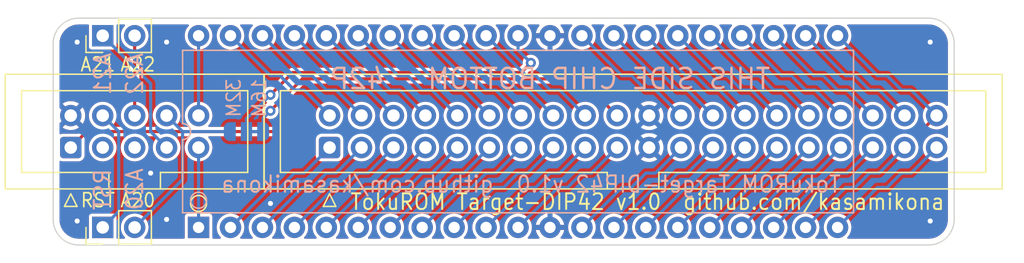
<source format=kicad_pcb>
(kicad_pcb (version 20221018) (generator pcbnew)
  (title_block (title "TokuROM Target-DIP42") (rev "1.0") (company "github.com/kasamikona/TokuROM"))
  (layers (0 "F.Cu" signal) (31 "B.Cu" signal) (34 "B.Paste" user) (35 "F.Paste" user) (36 "B.SilkS" user "B.Silkscreen") (37 "F.SilkS" user "F.Silkscreen") (38 "B.Mask" user) (39 "F.Mask" user) (44 "Edge.Cuts" user))
  (net 0 "")
  (net 1 "/A17")
  (net 2 "/A8")
  (net 3 "/A7")
  (net 4 "/A9")
  (net 5 "/A6")
  (net 6 "/A10")
  (net 7 "/A5")
  (net 8 "/A11")
  (net 9 "/A4")
  (net 10 "/A12")
  (net 11 "/A3")
  (net 12 "/A13")
  (net 13 "/A2")
  (net 14 "/A14")
  (net 15 "/A1")
  (net 16 "/A15")
  (net 17 "/A0")
  (net 18 "/A16")
  (net 19 "/CE")
  (net 20 "/BYTE")
  (net 21 "/GND")
  (net 22 "/OE")
  (net 23 "/D15")
  (net 24 "/D0")
  (net 25 "/D7")
  (net 26 "/D8")
  (net 27 "/D14")
  (net 28 "/D1")
  (net 29 "/D6")
  (net 30 "/D9")
  (net 31 "/D13")
  (net 32 "/D2")
  (net 33 "/D5")
  (net 34 "/D10")
  (net 35 "/D12")
  (net 36 "/D3")
  (net 37 "/D4")
  (net 38 "/D11")
  (net 39 "/VCC")
  (net 41 "/A21")
  (net 42 "/A18")
  (net 43 "/A19")
  (net 44 "/A20")
  (net 46 "/A22")
  (net 47 "/TRESET")
  (net 48 "/BYTE_A20")
  (footprint "Connector_PinHeader_2.54mm:PinHeader_1x02_P2.54mm_Vertical" (layer "F.Cu") (at 21.59 30.48 90)
    (fp_text reference "J4" hide)
    (fp_text value "EXTRA1")
    (fp_line (start -1.33 -1.33) (end 0 -1.33) (stroke (width 0.12)) (layer "F.SilkS"))
    (fp_line (start -1.33 0) (end -1.33 -1.33) (stroke (width 0.12)) (layer "F.SilkS"))
    (fp_line (start -1.33 1.27) (end -1.33 3.87) (stroke (width 0.12)) (layer "F.SilkS"))
    (fp_line (start -1.33 1.27) (end 1.33 1.27) (stroke (width 0.12)) (layer "F.SilkS"))
    (fp_line (start -1.33 3.87) (end 1.33 3.87) (stroke (width 0.12)) (layer "F.SilkS"))
    (fp_line (start 1.33 1.27) (end 1.33 3.87) (stroke (width 0.12)) (layer "F.SilkS"))
    (pad "1" thru_hole rect (at 0 0 90) (size 1.7 1.7) (drill 1) (layers "*.Cu" "*.Mask") (net 47 "/TRESET"))
    (pad "2" thru_hole oval (at 0 2.54 90) (size 1.7 1.7) (drill 1) (layers "*.Cu" "*.Mask") (net 44 "/A20"))
  )
  (footprint "Connector_IDC:IDC-Header_2x20_P2.54mm_Vertical" (layer "F.Cu") (at 39.624 24.13 90)
    (fp_text reference "J1" hide)
    (fp_text value "IDC-40")
    (fp_line (start -4.68 -0.5) (end -4.68 0.5) (stroke (width 0.12)) (layer "F.SilkS"))
    (fp_line (start -4.68 0.5) (end -3.68 0) (stroke (width 0.12)) (layer "F.SilkS"))
    (fp_line (start -3.68 0) (end -4.68 -0.5) (stroke (width 0.12)) (layer "F.SilkS"))
    (fp_line (start -3.29 -5.21) (end 5.83 -5.21) (stroke (width 0.12)) (layer "F.SilkS"))
    (fp_line (start -3.29 22.08) (end -1.98 22.08) (stroke (width 0.12)) (layer "F.SilkS"))
    (fp_line (start -3.29 53.47) (end -3.29 -5.21) (stroke (width 0.12)) (layer "F.SilkS"))
    (fp_line (start -1.98 -3.91) (end 4.52 -3.91) (stroke (width 0.12)) (layer "F.SilkS"))
    (fp_line (start -1.98 22.08) (end -1.98 -3.91) (stroke (width 0.12)) (layer "F.SilkS"))
    (fp_line (start -1.98 26.18) (end -3.29 26.18) (stroke (width 0.12)) (layer "F.SilkS"))
    (fp_line (start -1.98 26.18) (end -1.98 26.18) (stroke (width 0.12)) (layer "F.SilkS"))
    (fp_line (start -1.98 52.17) (end -1.98 26.18) (stroke (width 0.12)) (layer "F.SilkS"))
    (fp_line (start 4.52 -3.91) (end 4.52 52.17) (stroke (width 0.12)) (layer "F.SilkS"))
    (fp_line (start 4.52 52.17) (end -1.98 52.17) (stroke (width 0.12)) (layer "F.SilkS"))
    (fp_line (start 5.83 -5.21) (end 5.83 53.47) (stroke (width 0.12)) (layer "F.SilkS"))
    (fp_line (start 5.83 53.47) (end -3.29 53.47) (stroke (width 0.12)) (layer "F.SilkS"))
    (pad "1" thru_hole roundrect (at 0 0 90) (size 1.7 1.7) (drill 1) (layers "*.Cu" "*.Mask") (roundrect_rratio 0.1470588235) (net 1 "/A17"))
    (pad "2" thru_hole circle (at 2.54 0 90) (size 1.7 1.7) (drill 1) (layers "*.Cu" "*.Mask") (net 2 "/A8"))
    (pad "3" thru_hole circle (at 0 2.54 90) (size 1.7 1.7) (drill 1) (layers "*.Cu" "*.Mask") (net 3 "/A7"))
    (pad "4" thru_hole circle (at 2.54 2.54 90) (size 1.7 1.7) (drill 1) (layers "*.Cu" "*.Mask") (net 4 "/A9"))
    (pad "5" thru_hole circle (at 0 5.08 90) (size 1.7 1.7) (drill 1) (layers "*.Cu" "*.Mask") (net 5 "/A6"))
    (pad "6" thru_hole circle (at 2.54 5.08 90) (size 1.7 1.7) (drill 1) (layers "*.Cu" "*.Mask") (net 6 "/A10"))
    (pad "7" thru_hole circle (at 0 7.62 90) (size 1.7 1.7) (drill 1) (layers "*.Cu" "*.Mask") (net 7 "/A5"))
    (pad "8" thru_hole circle (at 2.54 7.62 90) (size 1.7 1.7) (drill 1) (layers "*.Cu" "*.Mask") (net 8 "/A11"))
    (pad "9" thru_hole circle (at 0 10.16 90) (size 1.7 1.7) (drill 1) (layers "*.Cu" "*.Mask") (net 9 "/A4"))
    (pad "10" thru_hole circle (at 2.54 10.16 90) (size 1.7 1.7) (drill 1) (layers "*.Cu" "*.Mask") (net 10 "/A12"))
    (pad "11" thru_hole circle (at 0 12.7 90) (size 1.7 1.7) (drill 1) (layers "*.Cu" "*.Mask") (net 11 "/A3"))
    (pad "12" thru_hole circle (at 2.54 12.7 90) (size 1.7 1.7) (drill 1) (layers "*.Cu" "*.Mask") (net 12 "/A13"))
    (pad "13" thru_hole circle (at 0 15.24 90) (size 1.7 1.7) (drill 1) (layers "*.Cu" "*.Mask") (net 13 "/A2"))
    (pad "14" thru_hole circle (at 2.54 15.24 90) (size 1.7 1.7) (drill 1) (layers "*.Cu" "*.Mask") (net 14 "/A14"))
    (pad "15" thru_hole circle (at 0 17.78 90) (size 1.7 1.7) (drill 1) (layers "*.Cu" "*.Mask") (net 15 "/A1"))
    (pad "16" thru_hole circle (at 2.54 17.78 90) (size 1.7 1.7) (drill 1) (layers "*.Cu" "*.Mask") (net 16 "/A15"))
    (pad "17" thru_hole circle (at 0 20.32 90) (size 1.7 1.7) (drill 1) (layers "*.Cu" "*.Mask") (net 17 "/A0"))
    (pad "18" thru_hole circle (at 2.54 20.32 90) (size 1.7 1.7) (drill 1) (layers "*.Cu" "*.Mask") (net 18 "/A16"))
    (pad "19" thru_hole circle (at 0 22.86 90) (size 1.7 1.7) (drill 1) (layers "*.Cu" "*.Mask") (net 19 "/CE"))
    (pad "20" thru_hole circle (at 2.54 22.86 90) (size 1.7 1.7) (drill 1) (layers "*.Cu" "*.Mask") (net 20 "/BYTE"))
    (pad "21" thru_hole circle (at 0 25.4 90) (size 1.7 1.7) (drill 1) (layers "*.Cu" "*.Mask") (net 21 "/GND"))
    (pad "22" thru_hole circle (at 2.54 25.4 90) (size 1.7 1.7) (drill 1) (layers "*.Cu" "*.Mask") (net 21 "/GND"))
    (pad "23" thru_hole circle (at 0 27.94 90) (size 1.7 1.7) (drill 1) (layers "*.Cu" "*.Mask") (net 22 "/OE"))
    (pad "24" thru_hole circle (at 2.54 27.94 90) (size 1.7 1.7) (drill 1) (layers "*.Cu" "*.Mask") (net 23 "/D15"))
    (pad "25" thru_hole circle (at 0 30.48 90) (size 1.7 1.7) (drill 1) (layers "*.Cu" "*.Mask") (net 24 "/D0"))
    (pad "26" thru_hole circle (at 2.54 30.48 90) (size 1.7 1.7) (drill 1) (layers "*.Cu" "*.Mask") (net 25 "/D7"))
    (pad "27" thru_hole circle (at 0 33.02 90) (size 1.7 1.7) (drill 1) (layers "*.Cu" "*.Mask") (net 26 "/D8"))
    (pad "28" thru_hole circle (at 2.54 33.02 90) (size 1.7 1.7) (drill 1) (layers "*.Cu" "*.Mask") (net 27 "/D14"))
    (pad "29" thru_hole circle (at 0 35.56 90) (size 1.7 1.7) (drill 1) (layers "*.Cu" "*.Mask") (net 28 "/D1"))
    (pad "30" thru_hole circle (at 2.54 35.56 90) (size 1.7 1.7) (drill 1) (layers "*.Cu" "*.Mask") (net 29 "/D6"))
    (pad "31" thru_hole circle (at 0 38.1 90) (size 1.7 1.7) (drill 1) (layers "*.Cu" "*.Mask") (net 30 "/D9"))
    (pad "32" thru_hole circle (at 2.54 38.1 90) (size 1.7 1.7) (drill 1) (layers "*.Cu" "*.Mask") (net 31 "/D13"))
    (pad "33" thru_hole circle (at 0 40.64 90) (size 1.7 1.7) (drill 1) (layers "*.Cu" "*.Mask") (net 32 "/D2"))
    (pad "34" thru_hole circle (at 2.54 40.64 90) (size 1.7 1.7) (drill 1) (layers "*.Cu" "*.Mask") (net 33 "/D5"))
    (pad "35" thru_hole circle (at 0 43.18 90) (size 1.7 1.7) (drill 1) (layers "*.Cu" "*.Mask") (net 34 "/D10"))
    (pad "36" thru_hole circle (at 2.54 43.18 90) (size 1.7 1.7) (drill 1) (layers "*.Cu" "*.Mask") (net 35 "/D12"))
    (pad "37" thru_hole circle (at 0 45.72 90) (size 1.7 1.7) (drill 1) (layers "*.Cu" "*.Mask") (net 36 "/D3"))
    (pad "38" thru_hole circle (at 2.54 45.72 90) (size 1.7 1.7) (drill 1) (layers "*.Cu" "*.Mask") (net 37 "/D4"))
    (pad "39" thru_hole circle (at 0 48.26 90) (size 1.7 1.7) (drill 1) (layers "*.Cu" "*.Mask") (net 38 "/D11"))
    (pad "40" thru_hole circle (at 2.54 48.26 90) (size 1.7 1.7) (drill 1) (layers "*.Cu" "*.Mask") (net 39 "/VCC"))
  )
  (footprint "Connector_IDC:IDC-Header_2x05_P2.54mm_Vertical" (layer "F.Cu") (at 19.05 24.13 90)
    (fp_text reference "J3" hide)
    (fp_text value "IDC-10")
    (fp_line (start -4.68 -0.5) (end -4.68 0.5) (stroke (width 0.12)) (layer "F.SilkS"))
    (fp_line (start -4.68 0.5) (end -3.68 0) (stroke (width 0.12)) (layer "F.SilkS"))
    (fp_line (start -3.68 0) (end -4.68 -0.5) (stroke (width 0.12)) (layer "F.SilkS"))
    (fp_line (start -3.29 -5.21) (end 5.83 -5.21) (stroke (width 0.12)) (layer "F.SilkS"))
    (fp_line (start -3.29 3.03) (end -1.98 3.03) (stroke (width 0.12)) (layer "F.SilkS"))
    (fp_line (start -3.29 15.37) (end -3.29 -5.21) (stroke (width 0.12)) (layer "F.SilkS"))
    (fp_line (start -1.98 -3.91) (end 4.52 -3.91) (stroke (width 0.12)) (layer "F.SilkS"))
    (fp_line (start -1.98 3.03) (end -1.98 -3.91) (stroke (width 0.12)) (layer "F.SilkS"))
    (fp_line (start -1.98 7.13) (end -3.29 7.13) (stroke (width 0.12)) (layer "F.SilkS"))
    (fp_line (start -1.98 7.13) (end -1.98 7.13) (stroke (width 0.12)) (layer "F.SilkS"))
    (fp_line (start -1.98 14.07) (end -1.98 7.13) (stroke (width 0.12)) (layer "F.SilkS"))
    (fp_line (start 4.52 -3.91) (end 4.52 14.07) (stroke (width 0.12)) (layer "F.SilkS"))
    (fp_line (start 4.52 14.07) (end -1.98 14.07) (stroke (width 0.12)) (layer "F.SilkS"))
    (fp_line (start 5.83 -5.21) (end 5.83 15.37) (stroke (width 0.12)) (layer "F.SilkS"))
    (fp_line (start 5.83 15.37) (end -3.29 15.37) (stroke (width 0.12)) (layer "F.SilkS"))
    (pad "1" thru_hole roundrect (at 0 0 90) (size 1.7 1.7) (drill 1) (layers "*.Cu" "*.Mask") (roundrect_rratio 0.1470588235) (net 39 "/VCC"))
    (pad "2" thru_hole circle (at 2.54 0 90) (size 1.7 1.7) (drill 1) (layers "*.Cu" "*.Mask") (net 21 "/GND"))
    (pad "3" thru_hole circle (at 0 2.54 90) (size 1.7 1.7) (drill 1) (layers "*.Cu" "*.Mask"))
    (pad "4" thru_hole circle (at 2.54 2.54 90) (size 1.7 1.7) (drill 1) (layers "*.Cu" "*.Mask") (net 47 "/TRESET"))
    (pad "5" thru_hole circle (at 0 5.08 90) (size 1.7 1.7) (drill 1) (layers "*.Cu" "*.Mask"))
    (pad "6" thru_hole circle (at 2.54 5.08 90) (size 1.7 1.7) (drill 1) (layers "*.Cu" "*.Mask") (net 46 "/A22"))
    (pad "7" thru_hole circle (at 0 7.62 90) (size 1.7 1.7) (drill 1) (layers "*.Cu" "*.Mask") (net 41 "/A21"))
    (pad "8" thru_hole circle (at 2.54 7.62 90) (size 1.7 1.7) (drill 1) (layers "*.Cu" "*.Mask") (net 44 "/A20"))
    (pad "9" thru_hole circle (at 0 10.16 90) (size 1.7 1.7) (drill 1) (layers "*.Cu" "*.Mask") (net 42 "/A18"))
    (pad "10" thru_hole circle (at 2.54 10.16 90) (size 1.7 1.7) (drill 1) (layers "*.Cu" "*.Mask") (net 43 "/A19"))
  )
  (footprint "Connector_PinHeader_2.54mm:PinHeader_1x02_P2.54mm_Vertical" (layer "F.Cu") (at 21.59 15.24 90)
    (fp_text reference "J5" hide)
    (fp_text value "EXTRA2")
    (fp_line (start -1.33 -1.33) (end 0 -1.33) (stroke (width 0.12)) (layer "F.SilkS"))
    (fp_line (start -1.33 0) (end -1.33 -1.33) (stroke (width 0.12)) (layer "F.SilkS"))
    (fp_line (start -1.33 1.27) (end -1.33 3.87) (stroke (width 0.12)) (layer "F.SilkS"))
    (fp_line (start -1.33 1.27) (end 1.33 1.27) (stroke (width 0.12)) (layer "F.SilkS"))
    (fp_line (start -1.33 3.87) (end 1.33 3.87) (stroke (width 0.12)) (layer "F.SilkS"))
    (fp_line (start 1.33 1.27) (end 1.33 3.87) (stroke (width 0.12)) (layer "F.SilkS"))
    (pad "1" thru_hole rect (at 0 0 90) (size 1.7 1.7) (drill 1) (layers "*.Cu" "*.Mask") (net 41 "/A21"))
    (pad "2" thru_hole oval (at 0 2.54 90) (size 1.7 1.7) (drill 1) (layers "*.Cu" "*.Mask") (net 46 "/A22"))
  )
  (footprint "Tokurom-Parts:SolderJumper-3_Custom" (layer "B.Cu") (at 33.02 22.86 180)
    (fp_text reference "JP1" hide)
    (fp_text value "16M/32M")
    (fp_poly (pts (xy -0.9 0.125) (xy -0.4 0.125) (xy -0.4 -0.125) (xy -0.9 -0.125)) (fill solid) (layer "B.Cu"))
    (pad "1" smd roundrect (at -1.325 0 180) (size 0.95 1.5) (layers "B.Cu" "B.Mask") (roundrect_rratio 0.5) (chamfer_ratio 0) (chamfer top_right bottom_right) (net 20 "/BYTE"))
    (pad "2" smd rect (at 0 0 180) (size 0.9 1.5) (layers "B.Cu" "B.Mask") (net 48 "/BYTE_A20"))
    (pad "3" smd roundrect (at 1.325 0 180) (size 0.95 1.5) (layers "B.Cu" "B.Mask") (roundrect_rratio 0.5) (chamfer_ratio 0) (chamfer top_left bottom_left) (net 44 "/A20"))
  )
  (footprint "Tokurom-Parts:DIP-42_Reversed" (layer "B.Cu") (at 29.21 30.48 -90)
    (fp_text reference "J2" hide)
    (fp_text value "DIP-42_Reversed")
    (fp_line (start -14.08 -52.07) (end -1.16 -52.07) (stroke (width 0.12)) (layer "B.SilkS"))
    (fp_line (start -14.08 1.27) (end -14.08 -52.07) (stroke (width 0.12)) (layer "B.SilkS"))
    (fp_line (start -8.255 1.27) (end -14.08 1.27) (stroke (width 0.12)) (layer "B.SilkS"))
    (fp_line (start -1.16 -52.07) (end -1.16 1.27) (stroke (width 0.12)) (layer "B.SilkS"))
    (fp_line (start -1.16 1.27) (end -6.985 1.27) (stroke (width 0.12)) (layer "B.SilkS"))
    (fp_arc (start -8.255 1.27) (mid -7.62 0.635) (end -6.985 1.27) (stroke (width 0.12)) (layer "B.SilkS"))
    (pad "1" thru_hole rect (at 0 0 270) (size 1.7 1.7) (drill 0.9) (layers "*.Cu" "*.Mask") (net 42 "/A18"))
    (pad "2" thru_hole oval (at 0 -2.54 270) (size 1.7 1.7) (drill 0.9) (layers "*.Cu" "*.Mask") (net 1 "/A17"))
    (pad "3" thru_hole oval (at 0 -5.08 270) (size 1.7 1.7) (drill 0.9) (layers "*.Cu" "*.Mask") (net 3 "/A7"))
    (pad "4" thru_hole oval (at 0 -7.62 270) (size 1.7 1.7) (drill 0.9) (layers "*.Cu" "*.Mask") (net 5 "/A6"))
    (pad "5" thru_hole oval (at 0 -10.16 270) (size 1.7 1.7) (drill 0.9) (layers "*.Cu" "*.Mask") (net 7 "/A5"))
    (pad "6" thru_hole oval (at 0 -12.7 270) (size 1.7 1.7) (drill 0.9) (layers "*.Cu" "*.Mask") (net 9 "/A4"))
    (pad "7" thru_hole oval (at 0 -15.24 270) (size 1.7 1.7) (drill 0.9) (layers "*.Cu" "*.Mask") (net 11 "/A3"))
    (pad "8" thru_hole oval (at 0 -17.78 270) (size 1.7 1.7) (drill 0.9) (layers "*.Cu" "*.Mask") (net 13 "/A2"))
    (pad "9" thru_hole oval (at 0 -20.32 270) (size 1.7 1.7) (drill 0.9) (layers "*.Cu" "*.Mask") (net 15 "/A1"))
    (pad "10" thru_hole oval (at 0 -22.86 270) (size 1.7 1.7) (drill 0.9) (layers "*.Cu" "*.Mask") (net 17 "/A0"))
    (pad "11" thru_hole oval (at 0 -25.4 270) (size 1.7 1.7) (drill 0.9) (layers "*.Cu" "*.Mask") (net 19 "/CE"))
    (pad "12" thru_hole oval (at 0 -27.94 270) (size 1.7 1.7) (drill 0.9) (layers "*.Cu" "*.Mask") (net 21 "/GND"))
    (pad "13" thru_hole oval (at 0 -30.48 270) (size 1.7 1.7) (drill 0.9) (layers "*.Cu" "*.Mask") (net 22 "/OE"))
    (pad "14" thru_hole oval (at 0 -33.02 270) (size 1.7 1.7) (drill 0.9) (layers "*.Cu" "*.Mask") (net 24 "/D0"))
    (pad "15" thru_hole oval (at 0 -35.56 270) (size 1.7 1.7) (drill 0.9) (layers "*.Cu" "*.Mask") (net 26 "/D8"))
    (pad "16" thru_hole oval (at 0 -38.1 270) (size 1.7 1.7) (drill 0.9) (layers "*.Cu" "*.Mask") (net 28 "/D1"))
    (pad "17" thru_hole oval (at 0 -40.64 270) (size 1.7 1.7) (drill 0.9) (layers "*.Cu" "*.Mask") (net 30 "/D9"))
    (pad "18" thru_hole oval (at 0 -43.18 270) (size 1.7 1.7) (drill 0.9) (layers "*.Cu" "*.Mask") (net 32 "/D2"))
    (pad "19" thru_hole oval (at 0 -45.72 270) (size 1.7 1.7) (drill 0.9) (layers "*.Cu" "*.Mask") (net 34 "/D10"))
    (pad "20" thru_hole oval (at 0 -48.26 270) (size 1.7 1.7) (drill 0.9) (layers "*.Cu" "*.Mask") (net 36 "/D3"))
    (pad "21" thru_hole oval (at 0 -50.8 270) (size 1.7 1.7) (drill 0.9) (layers "*.Cu" "*.Mask") (net 38 "/D11"))
    (pad "22" thru_hole oval (at -15.24 -50.8 270) (size 1.7 1.7) (drill 0.9) (layers "*.Cu" "*.Mask") (net 39 "/VCC"))
    (pad "23" thru_hole oval (at -15.24 -48.26 270) (size 1.7 1.7) (drill 0.9) (layers "*.Cu" "*.Mask") (net 37 "/D4"))
    (pad "24" thru_hole oval (at -15.24 -45.72 270) (size 1.7 1.7) (drill 0.9) (layers "*.Cu" "*.Mask") (net 35 "/D12"))
    (pad "25" thru_hole oval (at -15.24 -43.18 270) (size 1.7 1.7) (drill 0.9) (layers "*.Cu" "*.Mask") (net 33 "/D5"))
    (pad "26" thru_hole oval (at -15.24 -40.64 270) (size 1.7 1.7) (drill 0.9) (layers "*.Cu" "*.Mask") (net 31 "/D13"))
    (pad "27" thru_hole oval (at -15.24 -38.1 270) (size 1.7 1.7) (drill 0.9) (layers "*.Cu" "*.Mask") (net 29 "/D6"))
    (pad "28" thru_hole oval (at -15.24 -35.56 270) (size 1.7 1.7) (drill 0.9) (layers "*.Cu" "*.Mask") (net 27 "/D14"))
    (pad "29" thru_hole oval (at -15.24 -33.02 270) (size 1.7 1.7) (drill 0.9) (layers "*.Cu" "*.Mask") (net 25 "/D7"))
    (pad "30" thru_hole oval (at -15.24 -30.48 270) (size 1.7 1.7) (drill 0.9) (layers "*.Cu" "*.Mask") (net 23 "/D15"))
    (pad "31" thru_hole oval (at -15.24 -27.94 270) (size 1.7 1.7) (drill 0.9) (layers "*.Cu" "*.Mask") (net 21 "/GND"))
    (pad "32" thru_hole oval (at -15.24 -25.4 270) (size 1.7 1.7) (drill 0.9) (layers "*.Cu" "*.Mask") (net 48 "/BYTE_A20"))
    (pad "33" thru_hole oval (at -15.24 -22.86 270) (size 1.7 1.7) (drill 0.9) (layers "*.Cu" "*.Mask") (net 18 "/A16"))
    (pad "34" thru_hole oval (at -15.24 -20.32 270) (size 1.7 1.7) (drill 0.9) (layers "*.Cu" "*.Mask") (net 16 "/A15"))
    (pad "35" thru_hole oval (at -15.24 -17.78 270) (size 1.7 1.7) (drill 0.9) (layers "*.Cu" "*.Mask") (net 14 "/A14"))
    (pad "36" thru_hole oval (at -15.24 -15.24 270) (size 1.7 1.7) (drill 0.9) (layers "*.Cu" "*.Mask") (net 12 "/A13"))
    (pad "37" thru_hole oval (at -15.24 -12.7 270) (size 1.7 1.7) (drill 0.9) (layers "*.Cu" "*.Mask") (net 10 "/A12"))
    (pad "38" thru_hole oval (at -15.24 -10.16 270) (size 1.7 1.7) (drill 0.9) (layers "*.Cu" "*.Mask") (net 8 "/A11"))
    (pad "39" thru_hole oval (at -15.24 -7.62 270) (size 1.7 1.7) (drill 0.9) (layers "*.Cu" "*.Mask") (net 6 "/A10"))
    (pad "40" thru_hole oval (at -15.24 -5.08 270) (size 1.7 1.7) (drill 0.9) (layers "*.Cu" "*.Mask") (net 4 "/A9"))
    (pad "41" thru_hole oval (at -15.24 -2.54 270) (size 1.7 1.7) (drill 0.9) (layers "*.Cu" "*.Mask") (net 2 "/A8"))
    (pad "42" thru_hole oval (at -15.24 0 270) (size 1.7 1.7) (drill 0.9) (layers "*.Cu" "*.Mask") (net 43 "/A19"))
  )
  (gr_circle (center 29.21 28.321) (end 29.21 27.686) (stroke (width 0.12)) (fill none) (layer "B.SilkS"))
  (gr_circle (center 29.21 28.575) (end 29.21 27.94) (stroke (width 0.12)) (fill none) (layer "F.SilkS"))
  (gr_line (start 19.685 13.843) (end 87.249 13.843) (stroke (width 0.1)) (layer "Edge.Cuts"))
  (gr_arc (start 19.685 31.877) (mid 18.248159 31.281841) (end 17.653 29.845) (stroke (width 0.1)) (layer "Edge.Cuts"))
  (gr_line (start 17.653 29.845) (end 17.653 15.875) (stroke (width 0.1)) (layer "Edge.Cuts"))
  (gr_arc (start 89.281 29.845) (mid 88.685841 31.281841) (end 87.249 31.877) (stroke (width 0.1)) (layer "Edge.Cuts"))
  (gr_arc (start 87.249 13.843) (mid 88.685841 14.438159) (end 89.281 15.875) (stroke (width 0.1)) (layer "Edge.Cuts"))
  (gr_line (start 87.249 31.877) (end 19.685 31.877) (stroke (width 0.1)) (layer "Edge.Cuts"))
  (gr_line (start 89.281 15.875) (end 89.281 29.845) (stroke (width 0.1)) (layer "Edge.Cuts"))
  (gr_arc (start 17.653 15.875) (mid 18.248159 14.438159) (end 19.685 13.843) (stroke (width 0.1)) (layer "Edge.Cuts"))
  (gr_text "A20" (at 24.13 29.21 90) (layer "B.SilkS") (effects (font (size 1.3 1.2) (thickness 0.163)) (justify right mirror)))
  (gr_text "TokuROM Target-DIP42 v${REVISION}  github.com/kasamikona" (at 55.626 27.051) (layer "B.SilkS") (effects (font (size 1.3 1.2) (thickness 0.163)) (justify mirror)))
  (gr_text "16M" (at 34.036 20.193 90) (layer "B.SilkS") (effects (font (size 1.1 1) (thickness 0.138)) (justify mirror)))
  (gr_text "32M" (at 32.004 20.193 90) (layer "B.SilkS") (effects (font (size 1.1 1) (thickness 0.138)) (justify mirror)))
  (gr_text "RST" (at 21.59 29.21 90) (layer "B.SilkS") (effects (font (size 1.3 1.2) (thickness 0.163)) (justify right mirror)))
  (gr_text "THIS SIDE CHIP BOTTOM   42P" (at 57.15 18.669) (layer "B.SilkS") (effects (font (size 1.6 1.5) (thickness 0.2)) (justify mirror)))
  (gr_text "A22" (at 24.13 16.51 90) (layer "B.SilkS") (effects (font (size 1.3 1.2) (thickness 0.163)) (justify left mirror)))
  (gr_text "A21" (at 21.59 16.51 90) (layer "B.SilkS") (effects (font (size 1.3 1.2) (thickness 0.163)) (justify left mirror)))
  (gr_text "TokuROM Target-DIP42 v${REVISION}  github.com/kasamikona" (at 64.897 28.448) (layer "F.SilkS") (effects (font (size 1.25 1.15) (thickness 0.156))))
  (gr_text "A21" (at 21.209 17.526) (layer "F.SilkS") (effects (font (size 1.1 1) (thickness 0.138))))
  (gr_text "A22" (at 24.384 17.526) (layer "F.SilkS") (effects (font (size 1.1 1) (thickness 0.138))))
  (gr_text "RST" (at 21.209 28.321) (layer "F.SilkS") (effects (font (size 1.1 1) (thickness 0.138))))
  (gr_text "A20" (at 24.384 28.321) (layer "F.SilkS") (effects (font (size 1.1 1) (thickness 0.138))))
  (segment (start 34.925 27.305) (end 31.75 30.48) (width 0.25) (layer "B.Cu") (net 1))
  (segment (start 39.624 24.13) (end 37.592 26.162) (width 0.25) (layer "B.Cu") (net 1))
  (segment (start 35.687 27.305) (end 34.925 27.305) (width 0.25) (layer "B.Cu") (net 1))
  (segment (start 35.687 27.305) (end 36.83 26.162) (width 0.25) (layer "B.Cu") (net 1))
  (segment (start 36.83 26.162) (end 37.592 26.162) (width 0.25) (layer "B.Cu") (net 1))
  (segment (start 35.687 18.415) (end 36.83 19.558) (width 0.25) (layer "B.Cu") (net 2))
  (segment (start 34.925 18.415) (end 35.687 18.415) (width 0.25) (layer "B.Cu") (net 2))
  (segment (start 39.624 21.59) (end 37.592 19.558) (width 0.25) (layer "B.Cu") (net 2))
  (segment (start 36.83 19.558) (end 37.592 19.558) (width 0.25) (layer "B.Cu") (net 2))
  (segment (start 31.75 15.24) (end 34.925 18.415) (width 0.25) (layer "B.Cu") (net 2))
  (segment (start 37.465 27.305) (end 38.227 27.305) (width 0.25) (layer "B.Cu") (net 3))
  (segment (start 38.227 27.305) (end 39.37 26.162) (width 0.25) (layer "B.Cu") (net 3))
  (segment (start 34.29 30.48) (end 37.465 27.305) (width 0.25) (layer "B.Cu") (net 3))
  (segment (start 40.132 26.162) (end 42.164 24.13) (width 0.25) (layer "B.Cu") (net 3))
  (segment (start 39.37 26.162) (end 40.132 26.162) (width 0.25) (layer "B.Cu") (net 3))
  (segment (start 38.227 18.415) (end 39.37 19.558) (width 0.25) (layer "B.Cu") (net 4))
  (segment (start 34.29 15.24) (end 37.465 18.415) (width 0.25) (layer "B.Cu") (net 4))
  (segment (start 39.37 19.558) (end 40.132 19.558) (width 0.25) (layer "B.Cu") (net 4))
  (segment (start 37.465 18.415) (end 38.227 18.415) (width 0.25) (layer "B.Cu") (net 4))
  (segment (start 40.132 19.558) (end 42.164 21.59) (width 0.25) (layer "B.Cu") (net 4))
  (segment (start 42.672 26.162) (end 44.704 24.13) (width 0.25) (layer "B.Cu") (net 5))
  (segment (start 41.91 26.162) (end 42.672 26.162) (width 0.25) (layer "B.Cu") (net 5))
  (segment (start 36.83 30.48) (end 40.005 27.305) (width 0.25) (layer "B.Cu") (net 5))
  (segment (start 40.005 27.305) (end 40.767 27.305) (width 0.25) (layer "B.Cu") (net 5))
  (segment (start 40.767 27.305) (end 41.91 26.162) (width 0.25) (layer "B.Cu") (net 5))
  (segment (start 40.767 18.415) (end 41.91 19.558) (width 0.25) (layer "B.Cu") (net 6))
  (segment (start 36.83 15.24) (end 40.005 18.415) (width 0.25) (layer "B.Cu") (net 6))
  (segment (start 40.005 18.415) (end 40.767 18.415) (width 0.25) (layer "B.Cu") (net 6))
  (segment (start 42.672 19.558) (end 44.704 21.59) (width 0.25) (layer "B.Cu") (net 6))
  (segment (start 41.91 19.558) (end 42.672 19.558) (width 0.25) (layer "B.Cu") (net 6))
  (segment (start 39.37 30.48) (end 42.545 27.305) (width 0.25) (layer "B.Cu") (net 7))
  (segment (start 44.45 26.162) (end 45.212 26.162) (width 0.25) (layer "B.Cu") (net 7))
  (segment (start 43.307 27.305) (end 44.45 26.162) (width 0.25) (layer "B.Cu") (net 7))
  (segment (start 45.212 26.162) (end 47.244 24.13) (width 0.25) (layer "B.Cu") (net 7))
  (segment (start 42.545 27.305) (end 43.307 27.305) (width 0.25) (layer "B.Cu") (net 7))
  (segment (start 43.307 18.415) (end 44.45 19.558) (width 0.25) (layer "B.Cu") (net 8))
  (segment (start 45.212 19.558) (end 47.244 21.59) (width 0.25) (layer "B.Cu") (net 8))
  (segment (start 44.45 19.558) (end 45.212 19.558) (width 0.25) (layer "B.Cu") (net 8))
  (segment (start 39.37 15.24) (end 42.545 18.415) (width 0.25) (layer "B.Cu") (net 8))
  (segment (start 42.545 18.415) (end 43.307 18.415) (width 0.25) (layer "B.Cu") (net 8))
  (segment (start 46.99 26.162) (end 47.752 26.162) (width 0.25) (layer "B.Cu") (net 9))
  (segment (start 41.91 30.48) (end 45.085 27.305) (width 0.25) (layer "B.Cu") (net 9))
  (segment (start 45.847 27.305) (end 46.99 26.162) (width 0.25) (layer "B.Cu") (net 9))
  (segment (start 47.752 26.162) (end 49.784 24.13) (width 0.25) (layer "B.Cu") (net 9))
  (segment (start 45.085 27.305) (end 45.847 27.305) (width 0.25) (layer "B.Cu") (net 9))
  (segment (start 41.91 15.24) (end 45.085 18.415) (width 0.25) (layer "B.Cu") (net 10))
  (segment (start 46.99 19.558) (end 47.752 19.558) (width 0.25) (layer "B.Cu") (net 10))
  (segment (start 45.847 18.415) (end 46.99 19.558) (width 0.25) (layer "B.Cu") (net 10))
  (segment (start 45.085 18.415) (end 45.847 18.415) (width 0.25) (layer "B.Cu") (net 10))
  (segment (start 49.784 21.59) (end 47.752 19.558) (width 0.25) (layer "B.Cu") (net 10))
  (segment (start 47.625 27.305) (end 48.387 27.305) (width 0.25) (layer "B.Cu") (net 11))
  (segment (start 44.45 30.48) (end 47.625 27.305) (width 0.25) (layer "B.Cu") (net 11))
  (segment (start 50.292 26.162) (end 52.324 24.13) (width 0.25) (layer "B.Cu") (net 11))
  (segment (start 48.387 27.305) (end 49.53 26.162) (width 0.25) (layer "B.Cu") (net 11))
  (segment (start 49.53 26.162) (end 50.292 26.162) (width 0.25) (layer "B.Cu") (net 11))
  (segment (start 47.625 18.415) (end 48.387 18.415) (width 0.25) (layer "B.Cu") (net 12))
  (segment (start 49.53 19.558) (end 50.292 19.558) (width 0.25) (layer "B.Cu") (net 12))
  (segment (start 52.324 21.59) (end 50.292 19.558) (width 0.25) (layer "B.Cu") (net 12))
  (segment (start 48.387 18.415) (end 49.53 19.558) (width 0.25) (layer "B.Cu") (net 12))
  (segment (start 44.45 15.24) (end 47.625 18.415) (width 0.25) (layer "B.Cu") (net 12))
  (segment (start 50.927 27.305) (end 52.07 26.162) (width 0.25) (layer "B.Cu") (net 13))
  (segment (start 46.99 30.48) (end 50.165 27.305) (width 0.25) (layer "B.Cu") (net 13))
  (segment (start 52.07 26.162) (end 52.832 26.162) (width 0.25) (layer "B.Cu") (net 13))
  (segment (start 50.165 27.305) (end 50.927 27.305) (width 0.25) (layer "B.Cu") (net 13))
  (segment (start 52.832 26.162) (end 54.864 24.13) (width 0.25) (layer "B.Cu") (net 13))
  (segment (start 50.927 18.415) (end 52.07 19.558) (width 0.25) (layer "B.Cu") (net 14))
  (segment (start 50.165 18.415) (end 50.927 18.415) (width 0.25) (layer "B.Cu") (net 14))
  (segment (start 46.99 15.24) (end 50.165 18.415) (width 0.25) (layer "B.Cu") (net 14))
  (segment (start 54.864 21.59) (end 52.832 19.558) (width 0.25) (layer "B.Cu") (net 14))
  (segment (start 52.07 19.558) (end 52.832 19.558) (width 0.25) (layer "B.Cu") (net 14))
  (segment (start 53.467 27.305) (end 54.61 26.162) (width 0.25) (layer "B.Cu") (net 15))
  (segment (start 54.61 26.162) (end 55.372 26.162) (width 0.25) (layer "B.Cu") (net 15))
  (segment (start 52.705 27.305) (end 53.467 27.305) (width 0.25) (layer "B.Cu") (net 15))
  (segment (start 55.372 26.162) (end 57.404 24.13) (width 0.25) (layer "B.Cu") (net 15))
  (segment (start 49.53 30.48) (end 52.705 27.305) (width 0.25) (layer "B.Cu") (net 15))
  (segment (start 54.61 19.558) (end 55.372 19.558) (width 0.25) (layer "B.Cu") (net 16))
  (segment (start 53.467 18.415) (end 54.61 19.558) (width 0.25) (layer "B.Cu") (net 16))
  (segment (start 52.705 18.415) (end 53.467 18.415) (width 0.25) (layer "B.Cu") (net 16))
  (segment (start 57.404 21.59) (end 55.372 19.558) (width 0.25) (layer "B.Cu") (net 16))
  (segment (start 49.53 15.24) (end 52.705 18.415) (width 0.25) (layer "B.Cu") (net 16))
  (segment (start 52.07 30.48) (end 55.245 27.305) (width 0.25) (layer "B.Cu") (net 17))
  (segment (start 55.245 27.305) (end 56.007 27.305) (width 0.25) (layer "B.Cu") (net 17))
  (segment (start 57.912 26.162) (end 59.944 24.13) (width 0.25) (layer "B.Cu") (net 17))
  (segment (start 57.15 26.162) (end 57.912 26.162) (width 0.25) (layer "B.Cu") (net 17))
  (segment (start 56.007 27.305) (end 57.15 26.162) (width 0.25) (layer "B.Cu") (net 17))
  (segment (start 59.944 21.59) (end 57.912 19.558) (width 0.25) (layer "B.Cu") (net 18))
  (segment (start 56.007 18.415) (end 57.15 19.558) (width 0.25) (layer "B.Cu") (net 18))
  (segment (start 57.15 19.558) (end 57.912 19.558) (width 0.25) (layer "B.Cu") (net 18))
  (segment (start 55.245 18.415) (end 56.007 18.415) (width 0.25) (layer "B.Cu") (net 18))
  (segment (start 52.07 15.24) (end 55.245 18.415) (width 0.25) (layer "B.Cu") (net 18))
  (segment (start 59.69 26.162) (end 60.452 26.162) (width 0.25) (layer "B.Cu") (net 19))
  (segment (start 57.785 27.305) (end 58.547 27.305) (width 0.25) (layer "B.Cu") (net 19))
  (segment (start 60.452 26.162) (end 62.484 24.13) (width 0.25) (layer "B.Cu") (net 19))
  (segment (start 58.547 27.305) (end 59.69 26.162) (width 0.25) (layer "B.Cu") (net 19))
  (segment (start 54.61 30.48) (end 57.785 27.305) (width 0.25) (layer "B.Cu") (net 19))
  (segment (start 62.484 21.59) (end 59.563 18.669) (width 0.25) (layer "F.Cu") (net 20))
  (segment (start 59.563 18.669) (end 37.465 18.669) (width 0.25) (layer "F.Cu") (net 20))
  (segment (start 37.465 18.669) (end 34.925 21.209) (width 0.25) (layer "F.Cu") (net 20))
  (via (at 34.925 21.209) (size 0.8) (drill 0.4) (layers "F.Cu" "B.Cu") (net 20))
  (segment (start 34.345 21.789) (end 34.925 21.209) (width 0.25) (layer "B.Cu") (net 20))
  (segment (start 34.345 22.86) (end 34.345 21.789) (width 0.25) (layer "B.Cu") (net 20))
  (via (at 26.67 29.845) (size 0.8) (drill 0.4) (layers "F.Cu" "B.Cu") (net 21))
  (via (at 87.376 15.748) (size 0.8) (drill 0.4) (layers "F.Cu" "B.Cu") (net 21))
  (via (at 25.4 26.162) (size 0.8) (drill 0.4) (layers "F.Cu" "B.Cu") (net 21))
  (via (at 19.558 29.972) (size 0.8) (drill 0.4) (layers "F.Cu" "B.Cu") (net 21))
  (via (at 26.67 15.748) (size 0.8) (drill 0.4) (layers "F.Cu" "B.Cu") (net 21))
  (via (at 87.376 29.972) (size 0.8) (drill 0.4) (layers "F.Cu" "B.Cu") (net 21))
  (via (at 34.925 28.575) (size 0.8) (drill 0.4) (layers "F.Cu" "B.Cu") (net 21))
  (via (at 19.558 15.748) (size 0.8) (drill 0.4) (layers "F.Cu" "B.Cu") (net 21))
  (segment (start 63.627 27.305) (end 64.77 26.162) (width 0.25) (layer "B.Cu") (net 22))
  (segment (start 64.77 26.162) (end 65.532 26.162) (width 0.25) (layer "B.Cu") (net 22))
  (segment (start 65.532 26.162) (end 67.564 24.13) (width 0.25) (layer "B.Cu") (net 22))
  (segment (start 59.69 30.48) (end 62.865 27.305) (width 0.25) (layer "B.Cu") (net 22))
  (segment (start 62.865 27.305) (end 63.627 27.305) (width 0.25) (layer "B.Cu") (net 22))
  (segment (start 67.564 21.59) (end 65.532 19.558) (width 0.25) (layer "B.Cu") (net 23))
  (segment (start 63.627 18.415) (end 64.77 19.558) (width 0.25) (layer "B.Cu") (net 23))
  (segment (start 63.627 18.415) (end 62.865 18.415) (width 0.25) (layer "B.Cu") (net 23))
  (segment (start 62.865 18.415) (end 59.69 15.24) (width 0.25) (layer "B.Cu") (net 23))
  (segment (start 64.77 19.558) (end 65.532 19.558) (width 0.25) (layer "B.Cu") (net 23))
  (segment (start 65.405 27.305) (end 66.167 27.305) (width 0.25) (layer "B.Cu") (net 24))
  (segment (start 62.23 30.48) (end 65.405 27.305) (width 0.25) (layer "B.Cu") (net 24))
  (segment (start 67.31 26.162) (end 68.072 26.162) (width 0.25) (layer "B.Cu") (net 24))
  (segment (start 66.167 27.305) (end 67.31 26.162) (width 0.25) (layer "B.Cu") (net 24))
  (segment (start 68.072 26.162) (end 70.104 24.13) (width 0.25) (layer "B.Cu") (net 24))
  (segment (start 62.23 15.24) (end 65.405 18.415) (width 0.25) (layer "B.Cu") (net 25))
  (segment (start 67.31 19.558) (end 68.072 19.558) (width 0.25) (layer "B.Cu") (net 25))
  (segment (start 68.072 19.558) (end 70.104 21.59) (width 0.25) (layer "B.Cu") (net 25))
  (segment (start 65.405 18.415) (end 66.167 18.415) (width 0.25) (layer "B.Cu") (net 25))
  (segment (start 66.167 18.415) (end 67.31 19.558) (width 0.25) (layer "B.Cu") (net 25))
  (segment (start 68.707 27.305) (end 69.85 26.162) (width 0.25) (layer "B.Cu") (net 26))
  (segment (start 69.85 26.162) (end 70.612 26.162) (width 0.25) (layer "B.Cu") (net 26))
  (segment (start 67.945 27.305) (end 68.707 27.305) (width 0.25) (layer "B.Cu") (net 26))
  (segment (start 70.612 26.162) (end 72.644 24.13) (width 0.25) (layer "B.Cu") (net 26))
  (segment (start 64.77 30.48) (end 67.945 27.305) (width 0.25) (layer "B.Cu") (net 26))
  (segment (start 70.612 19.558) (end 72.644 21.59) (width 0.25) (layer "B.Cu") (net 27))
  (segment (start 68.707 18.415) (end 69.85 19.558) (width 0.25) (layer "B.Cu") (net 27))
  (segment (start 67.945 18.415) (end 68.707 18.415) (width 0.25) (layer "B.Cu") (net 27))
  (segment (start 64.77 15.24) (end 67.945 18.415) (width 0.25) (layer "B.Cu") (net 27))
  (segment (start 69.85 19.558) (end 70.612 19.558) (width 0.25) (layer "B.Cu") (net 27))
  (segment (start 67.31 30.48) (end 70.485 27.305) (width 0.25) (layer "B.Cu") (net 28))
  (segment (start 73.152 26.162) (end 75.184 24.13) (width 0.25) (layer "B.Cu") (net 28))
  (segment (start 71.247 27.305) (end 72.39 26.162) (width 0.25) (layer "B.Cu") (net 28))
  (segment (start 70.485 27.305) (end 71.247 27.305) (width 0.25) (layer "B.Cu") (net 28))
  (segment (start 72.39 26.162) (end 73.152 26.162) (width 0.25) (layer "B.Cu") (net 28))
  (segment (start 67.31 15.24) (end 70.485 18.415) (width 0.25) (layer "B.Cu") (net 29))
  (segment (start 70.485 18.415) (end 71.247 18.415) (width 0.25) (layer "B.Cu") (net 29))
  (segment (start 73.152 19.558) (end 75.184 21.59) (width 0.25) (layer "B.Cu") (net 29))
  (segment (start 71.247 18.415) (end 72.39 19.558) (width 0.25) (layer "B.Cu") (net 29))
  (segment (start 72.39 19.558) (end 73.152 19.558) (width 0.25) (layer "B.Cu") (net 29))
  (segment (start 69.85 30.48) (end 73.025 27.305) (width 0.25) (layer "B.Cu") (net 30))
  (segment (start 73.025 27.305) (end 73.787 27.305) (width 0.25) (layer "B.Cu") (net 30))
  (segment (start 74.93 26.162) (end 75.692 26.162) (width 0.25) (layer "B.Cu") (net 30))
  (segment (start 73.787 27.305) (end 74.93 26.162) (width 0.25) (layer "B.Cu") (net 30))
  (segment (start 75.692 26.162) (end 77.724 24.13) (width 0.25) (layer "B.Cu") (net 30))
  (segment (start 74.93 19.558) (end 75.692 19.558) (width 0.25) (layer "B.Cu") (net 31))
  (segment (start 73.025 18.415) (end 73.787 18.415) (width 0.25) (layer "B.Cu") (net 31))
  (segment (start 69.85 15.24) (end 73.025 18.415) (width 0.25) (layer "B.Cu") (net 31))
  (segment (start 73.787 18.415) (end 74.93 19.558) (width 0.25) (layer "B.Cu") (net 31))
  (segment (start 75.692 19.558) (end 77.724 21.59) (width 0.25) (layer "B.Cu") (net 31))
  (segment (start 77.47 26.162) (end 78.232 26.162) (width 0.25) (layer "B.Cu") (net 32))
  (segment (start 75.565 27.305) (end 76.327 27.305) (width 0.25) (layer "B.Cu") (net 32))
  (segment (start 72.39 30.48) (end 75.565 27.305) (width 0.25) (layer "B.Cu") (net 32))
  (segment (start 78.232 26.162) (end 80.264 24.13) (width 0.25) (layer "B.Cu") (net 32))
  (segment (start 76.327 27.305) (end 77.47 26.162) (width 0.25) (layer "B.Cu") (net 32))
  (segment (start 72.39 15.24) (end 75.565 18.415) (width 0.25) (layer "B.Cu") (net 33))
  (segment (start 78.232 19.558) (end 80.264 21.59) (width 0.25) (layer "B.Cu") (net 33))
  (segment (start 75.565 18.415) (end 76.327 18.415) (width 0.25) (layer "B.Cu") (net 33))
  (segment (start 76.327 18.415) (end 77.47 19.558) (width 0.25) (layer "B.Cu") (net 33))
  (segment (start 77.47 19.558) (end 78.232 19.558) (width 0.25) (layer "B.Cu") (net 33))
  (segment (start 78.105 27.305) (end 78.867 27.305) (width 0.25) (layer "B.Cu") (net 34))
  (segment (start 80.01 26.162) (end 80.772 26.162) (width 0.25) (layer "B.Cu") (net 34))
  (segment (start 80.772 26.162) (end 82.804 24.13) (width 0.25) (layer "B.Cu") (net 34))
  (segment (start 74.93 30.48) (end 78.105 27.305) (width 0.25) (layer "B.Cu") (net 34))
  (segment (start 78.867 27.305) (end 80.01 26.162) (width 0.25) (layer "B.Cu") (net 34))
  (segment (start 80.01 19.558) (end 80.772 19.558) (width 0.25) (layer "B.Cu") (net 35))
  (segment (start 80.772 19.558) (end 82.804 21.59) (width 0.25) (layer "B.Cu") (net 35))
  (segment (start 74.93 15.24) (end 78.105 18.415) (width 0.25) (layer "B.Cu") (net 35))
  (segment (start 78.867 18.415) (end 80.01 19.558) (width 0.25) (layer "B.Cu") (net 35))
  (segment (start 78.105 18.415) (end 78.867 18.415) (width 0.25) (layer "B.Cu") (net 35))
  (segment (start 82.55 26.162) (end 83.312 26.162) (width 0.25) (layer "B.Cu") (net 36))
  (segment (start 80.645 27.305) (end 81.407 27.305) (width 0.25) (layer "B.Cu") (net 36))
  (segment (start 83.312 26.162) (end 85.344 24.13) (width 0.25) (layer "B.Cu") (net 36))
  (segment (start 77.47 30.48) (end 80.645 27.305) (width 0.25) (layer "B.Cu") (net 36))
  (segment (start 81.407 27.305) (end 82.55 26.162) (width 0.25) (layer "B.Cu") (net 36))
  (segment (start 83.312 19.558) (end 85.344 21.59) (width 0.25) (layer "B.Cu") (net 37))
  (segment (start 81.407 18.415) (end 82.55 19.558) (width 0.25) (layer "B.Cu") (net 37))
  (segment (start 82.55 19.558) (end 83.312 19.558) (width 0.25) (layer "B.Cu") (net 37))
  (segment (start 80.645 18.415) (end 81.407 18.415) (width 0.25) (layer "B.Cu") (net 37))
  (segment (start 77.47 15.24) (end 80.645 18.415) (width 0.25) (layer "B.Cu") (net 37))
  (segment (start 85.09 26.162) (end 85.852 26.162) (width 0.25) (layer "B.Cu") (net 38))
  (segment (start 85.852 26.162) (end 87.884 24.13) (width 0.25) (layer "B.Cu") (net 38))
  (segment (start 83.947 27.305) (end 85.09 26.162) (width 0.25) (layer "B.Cu") (net 38))
  (segment (start 83.185 27.305) (end 83.947 27.305) (width 0.25) (layer "B.Cu") (net 38))
  (segment (start 80.01 30.48) (end 83.185 27.305) (width 0.25) (layer "B.Cu") (net 38))
  (segment (start 19.05 24.13) (end 20.32 22.86) (width 0.25) (layer "F.Cu") (net 39))
  (segment (start 20.32 22.86) (end 86.614 22.86) (width 0.25) (layer "F.Cu") (net 39))
  (segment (start 86.614 22.86) (end 87.884 21.59) (width 0.25) (layer "F.Cu") (net 39))
  (segment (start 83.947 18.415) (end 85.09 19.558) (width 0.25) (layer "B.Cu") (net 39))
  (segment (start 85.09 19.558) (end 85.852 19.558) (width 0.25) (layer "B.Cu") (net 39))
  (segment (start 83.185 18.415) (end 83.947 18.415) (width 0.25) (layer "B.Cu") (net 39))
  (segment (start 80.01 15.24) (end 83.185 18.415) (width 0.25) (layer "B.Cu") (net 39))
  (segment (start 85.852 19.558) (end 87.884 21.59) (width 0.25) (layer "B.Cu") (net 39))
  (segment (start 25.4 22.86) (end 25.4 19.05) (width 0.25) (layer "B.Cu") (net 41))
  (segment (start 25.4 19.05) (end 21.59 15.24) (width 0.25) (layer "B.Cu") (net 41))
  (segment (start 26.67 24.13) (end 25.4 22.86) (width 0.25) (layer "B.Cu") (net 41))
  (segment (start 29.21 24.13) (end 29.21 30.48) (width 0.25) (layer "B.Cu") (net 42))
  (segment (start 29.21 21.59) (end 29.21 15.24) (width 0.25) (layer "B.Cu") (net 43))
  (segment (start 27.94 22.86) (end 31.695 22.86) (width 0.25) (layer "B.Cu") (net 44))
  (segment (start 27.94 22.86) (end 26.67 21.59) (width 0.25) (layer "B.Cu") (net 44))
  (segment (start 27.94 26.67) (end 27.94 22.86) (width 0.25) (layer "B.Cu") (net 44))
  (segment (start 24.13 30.48) (end 27.94 26.67) (width 0.25) (layer "B.Cu") (net 44))
  (segment (start 24.13 21.59) (end 24.13 15.24) (width 0.25) (layer "F.Cu") (net 46))
  (segment (start 22.86 22.86) (end 22.86 29.21) (width 0.25) (layer "B.Cu") (net 47))
  (segment (start 21.59 21.59) (end 22.86 22.86) (width 0.25) (layer "B.Cu") (net 47))
  (segment (start 22.86 29.21) (end 21.59 30.48) (width 0.25) (layer "B.Cu") (net 47))
  (segment (start 55.626 17.399) (end 54.864 18.161) (width 0.25) (layer "F.Cu") (net 48))
  (segment (start 54.864 18.161) (end 36.703 18.161) (width 0.25) (layer "F.Cu") (net 48))
  (segment (start 36.703 18.161) (end 34.925 19.939) (width 0.25) (layer "F.Cu") (net 48))
  (via (at 55.626 17.399) (size 0.8) (drill 0.4) (layers "F.Cu" "B.Cu") (net 48))
  (via (at 34.925 19.939) (size 0.8) (drill 0.4) (layers "F.Cu" "B.Cu") (net 48))
  (segment (start 55.626 17.399) (end 54.61 16.383) (width 0.25) (layer "B.Cu") (net 48))
  (segment (start 33.02 22.86) (end 33.02 21.844) (width 0.25) (layer "B.Cu") (net 48))
  (segment (start 33.02 21.844) (end 34.925 19.939) (width 0.25) (layer "B.Cu") (net 48))
  (segment (start 54.61 16.383) (end 54.61 15.24) (width 0.25) (layer "B.Cu") (net 48))
  (zone (net 21) (net_name "/GND") (layers "F&B.Cu") (connect_pads (clearance 0.25)) (min_thickness 0.15) (fill yes (thermal_gap 0.3) (thermal_bridge_width 0.4) (island_removal_mode 1) (island_area_min 10))
    (polygon (pts (xy 17.653 31.877) (xy 89.281 31.877) (xy 89.281 13.843) (xy 17.653 13.843)))
  )
)
</source>
